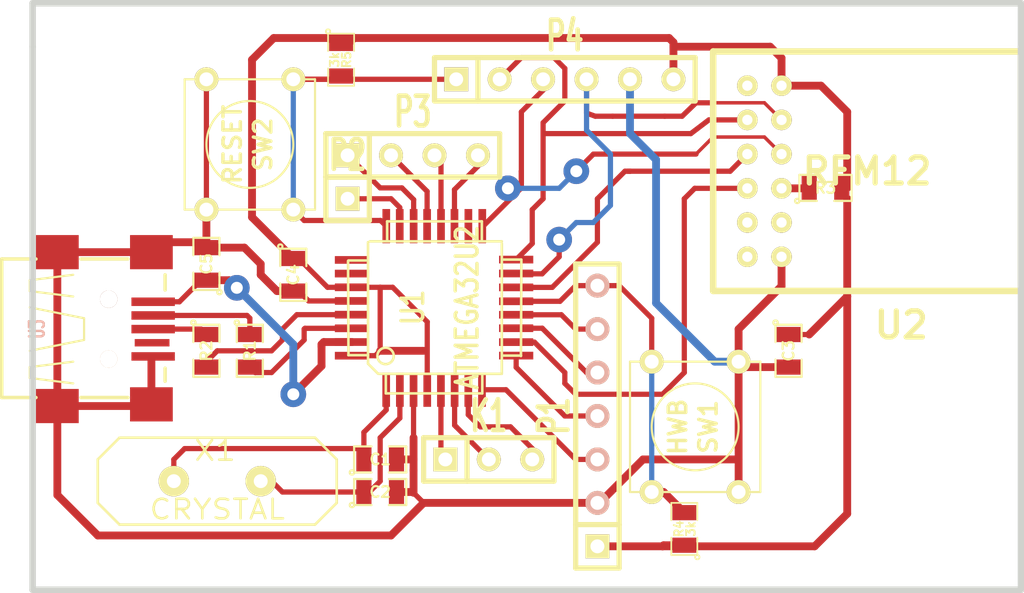
<source format=kicad_pcb>
(kicad_pcb (version 3) (host pcbnew "(2013-jul-07)-stable")

  (general
    (links 67)
    (no_connects 0)
    (area 69.024499 42.989499 127.190501 77.660501)
    (thickness 1.6002)
    (drawings 8)
    (tracks 266)
    (zones 0)
    (modules 21)
    (nets 30)
  )

  (page A4)
  (layers
    (15 Gorna signal)
    (0 Dolna signal)
    (16 B.Adhes user)
    (17 F.Adhes user)
    (18 B.Paste user)
    (19 F.Paste user)
    (20 B.SilkS user)
    (21 F.SilkS user)
    (22 B.Mask user)
    (23 F.Mask user)
    (24 Dwgs.User user)
    (25 Cmts.User user)
    (26 Eco1.User user)
    (27 Eco2.User user)
    (28 Edge.Cuts user)
  )

  (setup
    (last_trace_width 0.3048)
    (user_trace_width 0.3048)
    (user_trace_width 0.4572)
    (user_trace_width 0.50038)
    (trace_clearance 0.254)
    (zone_clearance 0.508)
    (zone_45_only no)
    (trace_min 0.2032)
    (segment_width 0.381)
    (edge_width 0.381)
    (via_size 0.889)
    (via_drill 0.635)
    (via_min_size 0.889)
    (via_min_drill 0.508)
    (user_via 1.50114 0.70104)
    (uvia_size 0.508)
    (uvia_drill 0.127)
    (uvias_allowed no)
    (uvia_min_size 0.508)
    (uvia_min_drill 0.127)
    (pcb_text_width 0.3048)
    (pcb_text_size 1.524 2.032)
    (mod_edge_width 0.381)
    (mod_text_size 1.524 1.524)
    (mod_text_width 0.3048)
    (pad_size 1.19888 1.19888)
    (pad_drill 0.59944)
    (pad_to_mask_clearance 0.254)
    (aux_axis_origin 0 0)
    (visible_elements 7FFFFFFF)
    (pcbplotparams
      (layerselection 3178497)
      (usegerberextensions true)
      (excludeedgelayer true)
      (linewidth 0.150000)
      (plotframeref false)
      (viasonmask false)
      (mode 1)
      (useauxorigin false)
      (hpglpennumber 1)
      (hpglpenspeed 20)
      (hpglpendiameter 15)
      (hpglpenoverlay 0)
      (psnegative false)
      (psa4output false)
      (plotreference true)
      (plotvalue true)
      (plotothertext true)
      (plotinvisibletext false)
      (padsonsilk false)
      (subtractmaskfromsilk false)
      (outputformat 1)
      (mirror false)
      (drillshape 1)
      (scaleselection 1)
      (outputdirectory ""))
  )

  (net 0 "")
  (net 1 /MISO)
  (net 2 /MOSI)
  (net 3 /RESET)
  (net 4 /SCLK)
  (net 5 /SSEL)
  (net 6 /VCC)
  (net 7 /nIRQ)
  (net 8 GND)
  (net 9 N-0000012)
  (net 10 N-0000013)
  (net 11 N-0000014)
  (net 12 N-000002)
  (net 13 N-0000020)
  (net 14 N-0000021)
  (net 15 N-0000022)
  (net 16 N-0000023)
  (net 17 N-0000024)
  (net 18 N-0000025)
  (net 19 N-0000026)
  (net 20 N-0000027)
  (net 21 N-0000028)
  (net 22 N-0000029)
  (net 23 N-000003)
  (net 24 N-0000030)
  (net 25 N-0000031)
  (net 26 N-0000032)
  (net 27 N-000004)
  (net 28 N-000005)
  (net 29 N-000006)

  (net_class Default "To jest domyślna klasa połączeń."
    (clearance 0.254)
    (trace_width 0.2032)
    (via_dia 0.889)
    (via_drill 0.635)
    (uvia_dia 0.508)
    (uvia_drill 0.127)
    (add_net "")
    (add_net /MISO)
    (add_net /MOSI)
    (add_net /RESET)
    (add_net /SCLK)
    (add_net /SSEL)
    (add_net /VCC)
    (add_net /nIRQ)
    (add_net GND)
    (add_net N-0000012)
    (add_net N-0000013)
    (add_net N-0000014)
    (add_net N-000002)
    (add_net N-0000020)
    (add_net N-0000021)
    (add_net N-0000022)
    (add_net N-0000023)
    (add_net N-0000024)
    (add_net N-0000025)
    (add_net N-0000026)
    (add_net N-0000027)
    (add_net N-0000028)
    (add_net N-0000029)
    (add_net N-000003)
    (add_net N-0000030)
    (add_net N-0000031)
    (add_net N-0000032)
    (add_net N-000004)
    (add_net N-000005)
    (add_net N-000006)
  )

  (net_class s1 ""
    (clearance 0.254)
    (trace_width 0.50038)
    (via_dia 0.889)
    (via_drill 0.635)
    (uvia_dia 0.508)
    (uvia_drill 0.127)
  )

  (module TQFP32   placed (layer Gorna) (tedit 43A670DA) (tstamp 52595988)
    (at 92.71 60.96 90)
    (path /4CC88C50)
    (fp_text reference U1 (at 0 -1.27 90) (layer F.SilkS)
      (effects (font (size 1.27 1.016) (thickness 0.2032)))
    )
    (fp_text value ATMEGA32U2 (at 0 1.905 90) (layer F.SilkS)
      (effects (font (size 1.27 1.016) (thickness 0.2032)))
    )
    (fp_line (start 5.0292 2.7686) (end 3.8862 2.7686) (layer F.SilkS) (width 0.1524))
    (fp_line (start 5.0292 -2.7686) (end 3.9116 -2.7686) (layer F.SilkS) (width 0.1524))
    (fp_line (start 5.0292 2.7686) (end 5.0292 -2.7686) (layer F.SilkS) (width 0.1524))
    (fp_line (start 2.794 3.9624) (end 2.794 5.0546) (layer F.SilkS) (width 0.1524))
    (fp_line (start -2.8194 3.9878) (end -2.8194 5.0546) (layer F.SilkS) (width 0.1524))
    (fp_line (start -2.8448 5.0546) (end 2.794 5.08) (layer F.SilkS) (width 0.1524))
    (fp_line (start -2.794 -5.0292) (end 2.7178 -5.0546) (layer F.SilkS) (width 0.1524))
    (fp_line (start -3.8862 -3.2766) (end -3.8862 3.9116) (layer F.SilkS) (width 0.1524))
    (fp_line (start 2.7432 -5.0292) (end 2.7432 -3.9878) (layer F.SilkS) (width 0.1524))
    (fp_line (start -3.2512 -3.8862) (end 3.81 -3.8862) (layer F.SilkS) (width 0.1524))
    (fp_line (start 3.8608 3.937) (end 3.8608 -3.7846) (layer F.SilkS) (width 0.1524))
    (fp_line (start -3.8862 3.937) (end 3.7338 3.937) (layer F.SilkS) (width 0.1524))
    (fp_line (start -5.0292 -2.8448) (end -5.0292 2.794) (layer F.SilkS) (width 0.1524))
    (fp_line (start -5.0292 2.794) (end -3.8862 2.794) (layer F.SilkS) (width 0.1524))
    (fp_line (start -3.87604 -3.302) (end -3.29184 -3.8862) (layer F.SilkS) (width 0.1524))
    (fp_line (start -5.02412 -2.8448) (end -3.87604 -2.8448) (layer F.SilkS) (width 0.1524))
    (fp_line (start -2.794 -3.8862) (end -2.794 -5.03428) (layer F.SilkS) (width 0.1524))
    (fp_circle (center -2.83972 -2.86004) (end -2.43332 -2.60604) (layer F.SilkS) (width 0.1524))
    (pad 8 smd rect (at -4.81584 2.77622 90) (size 1.99898 0.44958)
      (layers Gorna F.Paste F.Mask)
      (net 12 N-000002)
    )
    (pad 7 smd rect (at -4.81584 1.97612 90) (size 1.99898 0.44958)
      (layers Gorna F.Paste F.Mask)
      (net 22 N-0000029)
    )
    (pad 6 smd rect (at -4.81584 1.17602 90) (size 1.99898 0.44958)
      (layers Gorna F.Paste F.Mask)
      (net 21 N-0000028)
    )
    (pad 5 smd rect (at -4.81584 0.37592 90) (size 1.99898 0.44958)
      (layers Gorna F.Paste F.Mask)
      (net 20 N-0000027)
    )
    (pad 4 smd rect (at -4.81584 -0.42418 90) (size 1.99898 0.44958)
      (layers Gorna F.Paste F.Mask)
      (net 6 /VCC)
    )
    (pad 3 smd rect (at -4.81584 -1.22428 90) (size 1.99898 0.44958)
      (layers Gorna F.Paste F.Mask)
      (net 8 GND)
    )
    (pad 2 smd rect (at -4.81584 -2.02438 90) (size 1.99898 0.44958)
      (layers Gorna F.Paste F.Mask)
      (net 26 N-0000032)
    )
    (pad 1 smd rect (at -4.81584 -2.82448 90) (size 1.99898 0.44958)
      (layers Gorna F.Paste F.Mask)
      (net 19 N-0000026)
    )
    (pad 24 smd rect (at 4.7498 -2.8194 90) (size 1.99898 0.44958)
      (layers Gorna F.Paste F.Mask)
      (net 3 /RESET)
    )
    (pad 17 smd rect (at 4.7498 2.794 90) (size 1.99898 0.44958)
      (layers Gorna F.Paste F.Mask)
      (net 1 /MISO)
    )
    (pad 18 smd rect (at 4.7498 1.9812 90) (size 1.99898 0.44958)
      (layers Gorna F.Paste F.Mask)
    )
    (pad 19 smd rect (at 4.7498 1.1684 90) (size 1.99898 0.44958)
      (layers Gorna F.Paste F.Mask)
      (net 13 N-0000020)
    )
    (pad 20 smd rect (at 4.7498 0.381 90) (size 1.99898 0.44958)
      (layers Gorna F.Paste F.Mask)
      (net 24 N-0000030)
    )
    (pad 21 smd rect (at 4.7498 -0.4318 90) (size 1.99898 0.44958)
      (layers Gorna F.Paste F.Mask)
      (net 9 N-0000012)
    )
    (pad 22 smd rect (at 4.7498 -1.2192 90) (size 1.99898 0.44958)
      (layers Gorna F.Paste F.Mask)
      (net 10 N-0000013)
    )
    (pad 23 smd rect (at 4.7498 -2.032 90) (size 1.99898 0.44958)
      (layers Gorna F.Paste F.Mask)
      (net 11 N-0000014)
    )
    (pad 32 smd rect (at -2.82448 -4.826 90) (size 0.44958 1.99898)
      (layers Gorna F.Paste F.Mask)
      (net 6 /VCC)
    )
    (pad 31 smd rect (at -2.02692 -4.826 90) (size 0.44958 1.99898)
      (layers Gorna F.Paste F.Mask)
      (net 15 N-0000022)
    )
    (pad 30 smd rect (at -1.22428 -4.826 90) (size 0.44958 1.99898)
      (layers Gorna F.Paste F.Mask)
      (net 17 N-0000024)
    )
    (pad 29 smd rect (at -0.42672 -4.826 90) (size 0.44958 1.99898)
      (layers Gorna F.Paste F.Mask)
      (net 14 N-0000021)
    )
    (pad 28 smd rect (at 0.37592 -4.826 90) (size 0.44958 1.99898)
      (layers Gorna F.Paste F.Mask)
      (net 8 GND)
    )
    (pad 27 smd rect (at 1.17348 -4.826 90) (size 0.44958 1.99898)
      (layers Gorna F.Paste F.Mask)
      (net 6 /VCC)
    )
    (pad 26 smd rect (at 1.97612 -4.826 90) (size 0.44958 1.99898)
      (layers Gorna F.Paste F.Mask)
    )
    (pad 25 smd rect (at 2.77368 -4.826 90) (size 0.44958 1.99898)
      (layers Gorna F.Paste F.Mask)
    )
    (pad 9 smd rect (at -2.8194 4.7752 90) (size 0.44958 1.99898)
      (layers Gorna F.Paste F.Mask)
      (net 23 N-000003)
    )
    (pad 10 smd rect (at -2.032 4.7752 90) (size 0.44958 1.99898)
      (layers Gorna F.Paste F.Mask)
      (net 7 /nIRQ)
    )
    (pad 11 smd rect (at -1.2192 4.7752 90) (size 0.44958 1.99898)
      (layers Gorna F.Paste F.Mask)
      (net 27 N-000004)
    )
    (pad 12 smd rect (at -0.4318 4.7752 90) (size 0.44958 1.99898)
      (layers Gorna F.Paste F.Mask)
      (net 28 N-000005)
    )
    (pad 13 smd rect (at 0.3556 4.7752 90) (size 0.44958 1.99898)
      (layers Gorna F.Paste F.Mask)
      (net 25 N-0000031)
    )
    (pad 14 smd rect (at 1.1684 4.7752 90) (size 0.44958 1.99898)
      (layers Gorna F.Paste F.Mask)
      (net 5 /SSEL)
    )
    (pad 15 smd rect (at 1.9812 4.7752 90) (size 0.44958 1.99898)
      (layers Gorna F.Paste F.Mask)
      (net 4 /SCLK)
    )
    (pad 16 smd rect (at 2.794 4.7752 90) (size 0.44958 1.99898)
      (layers Gorna F.Paste F.Mask)
      (net 2 /MOSI)
    )
    (model smd/tqfp32.wrl
      (at (xyz 0 0 0))
      (scale (xyz 1 1 1))
      (rotate (xyz 0 0 0))
    )
  )

  (module SW_PUSH_SMALL   placed (layer Gorna) (tedit 46544DB3) (tstamp 52595989)
    (at 107.95 67.945 270)
    (path /52594FF2)
    (fp_text reference SW1 (at 0 -0.762 270) (layer F.SilkS)
      (effects (font (size 1.016 1.016) (thickness 0.2032)))
    )
    (fp_text value HWB (at 0 1.016 270) (layer F.SilkS)
      (effects (font (size 1.016 1.016) (thickness 0.2032)))
    )
    (fp_circle (center 0 0) (end 0 -2.54) (layer F.SilkS) (width 0.127))
    (fp_line (start -3.81 -3.81) (end 3.81 -3.81) (layer F.SilkS) (width 0.127))
    (fp_line (start 3.81 -3.81) (end 3.81 3.81) (layer F.SilkS) (width 0.127))
    (fp_line (start 3.81 3.81) (end -3.81 3.81) (layer F.SilkS) (width 0.127))
    (fp_line (start -3.81 -3.81) (end -3.81 3.81) (layer F.SilkS) (width 0.127))
    (pad 1 thru_hole circle (at 3.81 -2.54 270) (size 1.397 1.397) (drill 0.8128)
      (layers *.Cu *.Mask F.SilkS)
      (net 8 GND)
    )
    (pad 2 thru_hole circle (at 3.81 2.54 270) (size 1.397 1.397) (drill 0.8128)
      (layers *.Cu *.Mask F.SilkS)
      (net 25 N-0000031)
    )
    (pad 1 thru_hole circle (at -3.81 -2.54 270) (size 1.397 1.397) (drill 0.8128)
      (layers *.Cu *.Mask F.SilkS)
      (net 8 GND)
    )
    (pad 2 thru_hole circle (at -3.81 2.54 270) (size 1.397 1.397) (drill 0.8128)
      (layers *.Cu *.Mask F.SilkS)
      (net 25 N-0000031)
    )
  )

  (module SW_PUSH_SMALL   placed (layer Gorna) (tedit 46544DB3) (tstamp 5259598B)
    (at 81.915 51.435 270)
    (path /52595040)
    (fp_text reference SW2 (at 0 -0.762 270) (layer F.SilkS)
      (effects (font (size 1.016 1.016) (thickness 0.2032)))
    )
    (fp_text value RESET (at 0 1.016 270) (layer F.SilkS)
      (effects (font (size 1.016 1.016) (thickness 0.2032)))
    )
    (fp_circle (center 0 0) (end 0 -2.54) (layer F.SilkS) (width 0.127))
    (fp_line (start -3.81 -3.81) (end 3.81 -3.81) (layer F.SilkS) (width 0.127))
    (fp_line (start 3.81 -3.81) (end 3.81 3.81) (layer F.SilkS) (width 0.127))
    (fp_line (start 3.81 3.81) (end -3.81 3.81) (layer F.SilkS) (width 0.127))
    (fp_line (start -3.81 -3.81) (end -3.81 3.81) (layer F.SilkS) (width 0.127))
    (pad 1 thru_hole circle (at 3.81 -2.54 270) (size 1.397 1.397) (drill 0.8128)
      (layers *.Cu *.Mask F.SilkS)
      (net 3 /RESET)
    )
    (pad 2 thru_hole circle (at 3.81 2.54 270) (size 1.397 1.397) (drill 0.8128)
      (layers *.Cu *.Mask F.SilkS)
      (net 8 GND)
    )
    (pad 1 thru_hole circle (at -3.81 -2.54 270) (size 1.397 1.397) (drill 0.8128)
      (layers *.Cu *.Mask F.SilkS)
      (net 3 /RESET)
    )
    (pad 2 thru_hole circle (at -3.81 2.54 270) (size 1.397 1.397) (drill 0.8128)
      (layers *.Cu *.Mask F.SilkS)
      (net 8 GND)
    )
  )

  (module SM0805   placed (layer Gorna) (tedit 42806E04) (tstamp 5259598C)
    (at 89.535 69.85)
    (path /4CD7B95E)
    (attr smd)
    (fp_text reference C1 (at 0 0) (layer F.SilkS)
      (effects (font (size 0.635 0.635) (thickness 0.127)))
    )
    (fp_text value 22pF (at 0 0) (layer F.SilkS) hide
      (effects (font (size 0.635 0.635) (thickness 0.127)))
    )
    (fp_circle (center -1.651 0.762) (end -1.651 0.635) (layer F.SilkS) (width 0.127))
    (fp_line (start -0.508 0.762) (end -1.524 0.762) (layer F.SilkS) (width 0.127))
    (fp_line (start -1.524 0.762) (end -1.524 -0.762) (layer F.SilkS) (width 0.127))
    (fp_line (start -1.524 -0.762) (end -0.508 -0.762) (layer F.SilkS) (width 0.127))
    (fp_line (start 0.508 -0.762) (end 1.524 -0.762) (layer F.SilkS) (width 0.127))
    (fp_line (start 1.524 -0.762) (end 1.524 0.762) (layer F.SilkS) (width 0.127))
    (fp_line (start 1.524 0.762) (end 0.508 0.762) (layer F.SilkS) (width 0.127))
    (pad 1 smd rect (at -0.9525 0) (size 0.889 1.397)
      (layers Gorna F.Paste F.Mask)
      (net 19 N-0000026)
    )
    (pad 2 smd rect (at 0.9525 0) (size 0.889 1.397)
      (layers Gorna F.Paste F.Mask)
      (net 8 GND)
    )
    (model smd/chip_cms.wrl
      (at (xyz 0 0 0))
      (scale (xyz 0.1 0.1 0.1))
      (rotate (xyz 0 0 0))
    )
  )

  (module SM0805   placed (layer Gorna) (tedit 42806E04) (tstamp 5259598E)
    (at 89.535 71.755)
    (path /4CD7B964)
    (attr smd)
    (fp_text reference C2 (at 0 0) (layer F.SilkS)
      (effects (font (size 0.635 0.635) (thickness 0.127)))
    )
    (fp_text value 22pF (at 0 0) (layer F.SilkS) hide
      (effects (font (size 0.635 0.635) (thickness 0.127)))
    )
    (fp_circle (center -1.651 0.762) (end -1.651 0.635) (layer F.SilkS) (width 0.127))
    (fp_line (start -0.508 0.762) (end -1.524 0.762) (layer F.SilkS) (width 0.127))
    (fp_line (start -1.524 0.762) (end -1.524 -0.762) (layer F.SilkS) (width 0.127))
    (fp_line (start -1.524 -0.762) (end -0.508 -0.762) (layer F.SilkS) (width 0.127))
    (fp_line (start 0.508 -0.762) (end 1.524 -0.762) (layer F.SilkS) (width 0.127))
    (fp_line (start 1.524 -0.762) (end 1.524 0.762) (layer F.SilkS) (width 0.127))
    (fp_line (start 1.524 0.762) (end 0.508 0.762) (layer F.SilkS) (width 0.127))
    (pad 1 smd rect (at -0.9525 0) (size 0.889 1.397)
      (layers Gorna F.Paste F.Mask)
      (net 26 N-0000032)
    )
    (pad 2 smd rect (at 0.9525 0) (size 0.889 1.397)
      (layers Gorna F.Paste F.Mask)
      (net 8 GND)
    )
    (model smd/chip_cms.wrl
      (at (xyz 0 0 0))
      (scale (xyz 0.1 0.1 0.1))
      (rotate (xyz 0 0 0))
    )
  )

  (module SM0805   placed (layer Gorna) (tedit 42806E04) (tstamp 52595990)
    (at 113.411 63.5 270)
    (path /52595538)
    (attr smd)
    (fp_text reference C3 (at 0 0 270) (layer F.SilkS)
      (effects (font (size 0.635 0.635) (thickness 0.127)))
    )
    (fp_text value 1uF (at 0 0 270) (layer F.SilkS) hide
      (effects (font (size 0.635 0.635) (thickness 0.127)))
    )
    (fp_circle (center -1.651 0.762) (end -1.651 0.635) (layer F.SilkS) (width 0.127))
    (fp_line (start -0.508 0.762) (end -1.524 0.762) (layer F.SilkS) (width 0.127))
    (fp_line (start -1.524 0.762) (end -1.524 -0.762) (layer F.SilkS) (width 0.127))
    (fp_line (start -1.524 -0.762) (end -0.508 -0.762) (layer F.SilkS) (width 0.127))
    (fp_line (start 0.508 -0.762) (end 1.524 -0.762) (layer F.SilkS) (width 0.127))
    (fp_line (start 1.524 -0.762) (end 1.524 0.762) (layer F.SilkS) (width 0.127))
    (fp_line (start 1.524 0.762) (end 0.508 0.762) (layer F.SilkS) (width 0.127))
    (pad 1 smd rect (at -0.9525 0 270) (size 0.889 1.397)
      (layers Gorna F.Paste F.Mask)
      (net 6 /VCC)
    )
    (pad 2 smd rect (at 0.9525 0 270) (size 0.889 1.397)
      (layers Gorna F.Paste F.Mask)
      (net 8 GND)
    )
    (model smd/chip_cms.wrl
      (at (xyz 0 0 0))
      (scale (xyz 0.1 0.1 0.1))
      (rotate (xyz 0 0 0))
    )
  )

  (module SM0805   placed (layer Gorna) (tedit 42806E04) (tstamp 52595992)
    (at 84.455 59.055 270)
    (path /5259552D)
    (attr smd)
    (fp_text reference C4 (at 0 0 270) (layer F.SilkS)
      (effects (font (size 0.635 0.635) (thickness 0.127)))
    )
    (fp_text value 1uF (at 0 0 270) (layer F.SilkS) hide
      (effects (font (size 0.635 0.635) (thickness 0.127)))
    )
    (fp_circle (center -1.651 0.762) (end -1.651 0.635) (layer F.SilkS) (width 0.127))
    (fp_line (start -0.508 0.762) (end -1.524 0.762) (layer F.SilkS) (width 0.127))
    (fp_line (start -1.524 0.762) (end -1.524 -0.762) (layer F.SilkS) (width 0.127))
    (fp_line (start -1.524 -0.762) (end -0.508 -0.762) (layer F.SilkS) (width 0.127))
    (fp_line (start 0.508 -0.762) (end 1.524 -0.762) (layer F.SilkS) (width 0.127))
    (fp_line (start 1.524 -0.762) (end 1.524 0.762) (layer F.SilkS) (width 0.127))
    (fp_line (start 1.524 0.762) (end 0.508 0.762) (layer F.SilkS) (width 0.127))
    (pad 1 smd rect (at -0.9525 0 270) (size 0.889 1.397)
      (layers Gorna F.Paste F.Mask)
      (net 6 /VCC)
    )
    (pad 2 smd rect (at 0.9525 0 270) (size 0.889 1.397)
      (layers Gorna F.Paste F.Mask)
      (net 8 GND)
    )
    (model smd/chip_cms.wrl
      (at (xyz 0 0 0))
      (scale (xyz 0.1 0.1 0.1))
      (rotate (xyz 0 0 0))
    )
  )

  (module SM0805   placed (layer Gorna) (tedit 42806E04) (tstamp 52595994)
    (at 79.375 58.42 90)
    (path /4CD71B19)
    (attr smd)
    (fp_text reference C5 (at 0 0 90) (layer F.SilkS)
      (effects (font (size 0.635 0.635) (thickness 0.127)))
    )
    (fp_text value 1uF (at 0 0 90) (layer F.SilkS) hide
      (effects (font (size 0.635 0.635) (thickness 0.127)))
    )
    (fp_circle (center -1.651 0.762) (end -1.651 0.635) (layer F.SilkS) (width 0.127))
    (fp_line (start -0.508 0.762) (end -1.524 0.762) (layer F.SilkS) (width 0.127))
    (fp_line (start -1.524 0.762) (end -1.524 -0.762) (layer F.SilkS) (width 0.127))
    (fp_line (start -1.524 -0.762) (end -0.508 -0.762) (layer F.SilkS) (width 0.127))
    (fp_line (start 0.508 -0.762) (end 1.524 -0.762) (layer F.SilkS) (width 0.127))
    (fp_line (start 1.524 -0.762) (end 1.524 0.762) (layer F.SilkS) (width 0.127))
    (fp_line (start 1.524 0.762) (end 0.508 0.762) (layer F.SilkS) (width 0.127))
    (pad 1 smd rect (at -0.9525 0 90) (size 0.889 1.397)
      (layers Gorna F.Paste F.Mask)
      (net 15 N-0000022)
    )
    (pad 2 smd rect (at 0.9525 0 90) (size 0.889 1.397)
      (layers Gorna F.Paste F.Mask)
      (net 8 GND)
    )
    (model smd/chip_cms.wrl
      (at (xyz 0 0 0))
      (scale (xyz 0.1 0.1 0.1))
      (rotate (xyz 0 0 0))
    )
  )

  (module SM0805   placed (layer Gorna) (tedit 42806E04) (tstamp 52595996)
    (at 81.915 63.5 270)
    (path /4CD402E1)
    (attr smd)
    (fp_text reference R1 (at 0 0 270) (layer F.SilkS)
      (effects (font (size 0.635 0.635) (thickness 0.127)))
    )
    (fp_text value 22 (at 0 0 270) (layer F.SilkS) hide
      (effects (font (size 0.635 0.635) (thickness 0.127)))
    )
    (fp_circle (center -1.651 0.762) (end -1.651 0.635) (layer F.SilkS) (width 0.127))
    (fp_line (start -0.508 0.762) (end -1.524 0.762) (layer F.SilkS) (width 0.127))
    (fp_line (start -1.524 0.762) (end -1.524 -0.762) (layer F.SilkS) (width 0.127))
    (fp_line (start -1.524 -0.762) (end -0.508 -0.762) (layer F.SilkS) (width 0.127))
    (fp_line (start 0.508 -0.762) (end 1.524 -0.762) (layer F.SilkS) (width 0.127))
    (fp_line (start 1.524 -0.762) (end 1.524 0.762) (layer F.SilkS) (width 0.127))
    (fp_line (start 1.524 0.762) (end 0.508 0.762) (layer F.SilkS) (width 0.127))
    (pad 1 smd rect (at -0.9525 0 270) (size 0.889 1.397)
      (layers Gorna F.Paste F.Mask)
      (net 16 N-0000023)
    )
    (pad 2 smd rect (at 0.9525 0 270) (size 0.889 1.397)
      (layers Gorna F.Paste F.Mask)
      (net 17 N-0000024)
    )
    (model smd/chip_cms.wrl
      (at (xyz 0 0 0))
      (scale (xyz 0.1 0.1 0.1))
      (rotate (xyz 0 0 0))
    )
  )

  (module SM0805   placed (layer Gorna) (tedit 42806E04) (tstamp 52595998)
    (at 79.375 63.5 270)
    (path /4CD402DD)
    (attr smd)
    (fp_text reference R2 (at 0 0 270) (layer F.SilkS)
      (effects (font (size 0.635 0.635) (thickness 0.127)))
    )
    (fp_text value 22 (at 0 0 270) (layer F.SilkS) hide
      (effects (font (size 0.635 0.635) (thickness 0.127)))
    )
    (fp_circle (center -1.651 0.762) (end -1.651 0.635) (layer F.SilkS) (width 0.127))
    (fp_line (start -0.508 0.762) (end -1.524 0.762) (layer F.SilkS) (width 0.127))
    (fp_line (start -1.524 0.762) (end -1.524 -0.762) (layer F.SilkS) (width 0.127))
    (fp_line (start -1.524 -0.762) (end -0.508 -0.762) (layer F.SilkS) (width 0.127))
    (fp_line (start 0.508 -0.762) (end 1.524 -0.762) (layer F.SilkS) (width 0.127))
    (fp_line (start 1.524 -0.762) (end 1.524 0.762) (layer F.SilkS) (width 0.127))
    (fp_line (start 1.524 0.762) (end 0.508 0.762) (layer F.SilkS) (width 0.127))
    (pad 1 smd rect (at -0.9525 0 270) (size 0.889 1.397)
      (layers Gorna F.Paste F.Mask)
      (net 18 N-0000025)
    )
    (pad 2 smd rect (at 0.9525 0 270) (size 0.889 1.397)
      (layers Gorna F.Paste F.Mask)
      (net 14 N-0000021)
    )
    (model smd/chip_cms.wrl
      (at (xyz 0 0 0))
      (scale (xyz 0.1 0.1 0.1))
      (rotate (xyz 0 0 0))
    )
  )

  (module SIL-7   placed (layer Gorna) (tedit 200000) (tstamp 52595999)
    (at 102.235 67.31 90)
    (descr "Connecteur 7 pins")
    (tags "CONN DEV")
    (path /52594EA6)
    (fp_text reference P1 (at 0 -2.54 90) (layer F.SilkS)
      (effects (font (size 1.72974 1.08712) (thickness 0.27178)))
    )
    (fp_text value CONN_7 (at 0 -2.54 90) (layer F.SilkS) hide
      (effects (font (size 1.524 1.016) (thickness 0.254)))
    )
    (fp_line (start -8.89 -1.27) (end -8.89 -1.27) (layer F.SilkS) (width 0.3048))
    (fp_line (start -8.89 -1.27) (end 8.89 -1.27) (layer F.SilkS) (width 0.3048))
    (fp_line (start 8.89 -1.27) (end 8.89 1.27) (layer F.SilkS) (width 0.3048))
    (fp_line (start 8.89 1.27) (end -8.89 1.27) (layer F.SilkS) (width 0.3048))
    (fp_line (start -8.89 1.27) (end -8.89 -1.27) (layer F.SilkS) (width 0.3048))
    (fp_line (start -6.35 1.27) (end -6.35 1.27) (layer F.SilkS) (width 0.3048))
    (fp_line (start -6.35 1.27) (end -6.35 -1.27) (layer F.SilkS) (width 0.3048))
    (pad 1 thru_hole rect (at -7.62 0 90) (size 1.397 1.397) (drill 0.8128)
      (layers *.Cu *.Mask F.SilkS)
      (net 6 /VCC)
    )
    (pad 2 thru_hole circle (at -5.08 0 90) (size 1.397 1.397) (drill 0.8128)
      (layers *.Cu *.SilkS *.Mask)
      (net 8 GND)
    )
    (pad 3 thru_hole circle (at -2.54 0 90) (size 1.397 1.397) (drill 0.8128)
      (layers *.Cu *.SilkS *.Mask)
      (net 12 N-000002)
    )
    (pad 4 thru_hole circle (at 0 0 90) (size 1.397 1.397) (drill 0.8128)
      (layers *.Cu *.SilkS *.Mask)
      (net 23 N-000003)
    )
    (pad 5 thru_hole circle (at 2.54 0 90) (size 1.397 1.397) (drill 0.8128)
      (layers *.Cu *.SilkS *.Mask)
      (net 27 N-000004)
    )
    (pad 6 thru_hole circle (at 5.08 0 90) (size 1.397 1.397) (drill 0.8128)
      (layers *.Cu *.SilkS *.Mask)
      (net 28 N-000005)
    )
    (pad 7 thru_hole circle (at 7.62 0 90) (size 1.397 1.397) (drill 0.8128)
      (layers *.Cu *.SilkS *.Mask)
      (net 25 N-0000031)
    )
  )

  (module HC-18UV   placed (layer Gorna) (tedit 42899E71) (tstamp 5259D48C)
    (at 80.01 71.12)
    (descr "Quartz boitier HC-18U vertical")
    (tags "QUARTZ DEV")
    (path /4CD7B991)
    (autoplace_cost180 10)
    (fp_text reference X1 (at -0.127 -1.778) (layer F.SilkS)
      (effects (font (size 1.143 1.27) (thickness 0.1524)))
    )
    (fp_text value CRYSTAL (at 0 1.651) (layer F.SilkS)
      (effects (font (size 1.143 1.27) (thickness 0.1524)))
    )
    (fp_line (start -6.985 -1.27) (end -5.715 -2.54) (layer F.SilkS) (width 0.1524))
    (fp_line (start 5.715 -2.54) (end 6.985 -1.27) (layer F.SilkS) (width 0.1524))
    (fp_line (start 6.985 1.27) (end 5.715 2.54) (layer F.SilkS) (width 0.1524))
    (fp_line (start -6.985 1.27) (end -5.715 2.54) (layer F.SilkS) (width 0.1524))
    (fp_line (start -5.715 -2.54) (end 5.715 -2.54) (layer F.SilkS) (width 0.1524))
    (fp_line (start -6.985 -1.27) (end -6.985 1.27) (layer F.SilkS) (width 0.1524))
    (fp_line (start -5.715 2.54) (end 5.715 2.54) (layer F.SilkS) (width 0.1524))
    (fp_line (start 6.985 1.27) (end 6.985 -1.27) (layer F.SilkS) (width 0.1524))
    (pad 1 thru_hole circle (at -2.54 0) (size 1.778 1.778) (drill 0.8128)
      (layers *.Cu *.Mask F.SilkS)
      (net 19 N-0000026)
    )
    (pad 2 thru_hole circle (at 2.54 0) (size 1.778 1.778) (drill 0.8128)
      (layers *.Cu *.Mask F.SilkS)
      (net 26 N-0000032)
    )
    (model discret/crystal_hc18u_vertical.wrl
      (at (xyz 0 0 0))
      (scale (xyz 1 1 1))
      (rotate (xyz 0 0 0))
    )
  )

  (module CONN_USB2_MiniB_SMT   placed (layer Gorna) (tedit 4A5045C1) (tstamp 525959C0)
    (at 73.66 62.23)
    (descr "USB SERIES MINI-B SURFACE MOUNTED")
    (tags "USB SERIES MINI-B SURFACE MOUNTED")
    (path /4CD3FD55)
    (attr smd)
    (fp_text reference U3 (at -4.191 0 90) (layer B.SilkS)
      (effects (font (size 0.8636 0.5588) (thickness 0.1397)))
    )
    (fp_text value USBCONN (at 0 0) (layer F.SilkS) hide
      (effects (font (size 0.127 0.127) (thickness 0.00254)))
    )
    (fp_line (start -6.25094 -4.09956) (end -4.24942 -4.09956) (layer F.SilkS) (width 0.2032))
    (fp_line (start -4.24942 4.0005) (end -6.25094 4.0005) (layer F.SilkS) (width 0.2032))
    (fp_line (start -6.25094 -4.09956) (end -6.25094 4.0005) (layer F.SilkS) (width 0.2032))
    (fp_line (start -1.6256 4.0005) (end 1.12522 4.0005) (layer F.SilkS) (width 0.2032))
    (fp_line (start 1.12522 -4.09956) (end -1.6256 -4.09956) (layer F.SilkS) (width 0.2032))
    (fp_line (start 3.302 2.286) (end 3.302 3.048) (layer F.SilkS) (width 0.2032))
    (fp_line (start 3.302 -3.175) (end 3.302 -2.286) (layer F.SilkS) (width 0.2032))
    (fp_line (start -4.61264 -1.27) (end -1.43764 -0.635) (layer F.SilkS) (width 0.127))
    (fp_line (start -1.43764 -0.635) (end -1.43764 0.635) (layer F.SilkS) (width 0.127))
    (fp_line (start -1.43764 0.635) (end -4.61264 1.27) (layer F.SilkS) (width 0.127))
    (fp_line (start -2.07264 3.175) (end -4.61264 2.8575) (layer F.SilkS) (width 0.127))
    (fp_line (start -4.61264 2.8575) (end -4.61264 2.2225) (layer F.SilkS) (width 0.127))
    (fp_line (start -4.61264 2.2225) (end -2.07264 1.905) (layer F.SilkS) (width 0.127))
    (fp_line (start -2.07264 -3.175) (end -4.61264 -2.8575) (layer F.SilkS) (width 0.127))
    (fp_line (start -4.61264 -2.8575) (end -4.61264 -2.2225) (layer F.SilkS) (width 0.127))
    (fp_line (start -4.61264 -2.2225) (end -2.07264 -1.905) (layer F.SilkS) (width 0.127))
    (pad 3 smd rect (at 2.60096 0) (size 2.54 0.49784)
      (layers Gorna F.Paste F.Mask)
      (net 18 N-0000025)
    )
    (pad 2 smd rect (at 2.60096 -0.79756) (size 2.54 0.49784)
      (layers Gorna F.Paste F.Mask)
      (net 16 N-0000023)
    )
    (pad 4 smd rect (at 2.60096 1.59766) (size 2.54 0.49784)
      (layers Gorna F.Paste F.Mask)
      (net 8 GND)
    )
    (pad 5 smd rect (at -2.99974 -4.49834) (size 2.49936 1.99898)
      (layers Gorna F.Paste F.Mask)
      (net 8 GND)
    )
    (pad 5 smd rect (at 2.49936 -4.49834) (size 2.49936 1.99898)
      (layers Gorna F.Paste F.Mask)
      (net 8 GND)
    )
    (pad 5 smd rect (at -2.99974 4.49834) (size 2.49936 1.99898)
      (layers Gorna F.Paste F.Mask)
      (net 8 GND)
    )
    (pad 5 smd rect (at 2.49936 4.39928) (size 2.49936 1.99898)
      (layers Gorna F.Paste F.Mask)
      (net 8 GND)
    )
    (pad 6 smd rect (at 2.54 0.79756) (size 2.032 0.4318)
      (layers Gorna F.Paste F.Mask)
    )
    (pad 7 thru_hole circle (at 0 -1.75006) (size 1.016 1.016) (drill 1.016)
      (layers *.Cu *.SilkS *.Mask)
    )
    (pad 7 np_thru_hole circle (at 0 1.75006) (size 1.016 1.016) (drill 1.016)
      (layers *.Cu *.SilkS *.Mask)
    )
    (pad 1 smd rect (at 2.60096 -1.59766) (size 2.54 0.49784)
      (layers Gorna F.Paste F.Mask)
      (net 15 N-0000022)
    )
  )

  (module SIL-3 (layer Gorna) (tedit 200000) (tstamp 525963F6)
    (at 95.885 69.85)
    (descr "Connecteur 3 pins")
    (tags "CONN DEV")
    (path /5259628A)
    (fp_text reference K1 (at 0 -2.54) (layer F.SilkS)
      (effects (font (size 1.7907 1.07696) (thickness 0.26924)))
    )
    (fp_text value CONN_3 (at 0 -2.54) (layer F.SilkS) hide
      (effects (font (size 1.524 1.016) (thickness 0.254)))
    )
    (fp_line (start -3.81 1.27) (end -3.81 -1.27) (layer F.SilkS) (width 0.3048))
    (fp_line (start -3.81 -1.27) (end 3.81 -1.27) (layer F.SilkS) (width 0.3048))
    (fp_line (start 3.81 -1.27) (end 3.81 1.27) (layer F.SilkS) (width 0.3048))
    (fp_line (start 3.81 1.27) (end -3.81 1.27) (layer F.SilkS) (width 0.3048))
    (fp_line (start -1.27 -1.27) (end -1.27 1.27) (layer F.SilkS) (width 0.3048))
    (pad 1 thru_hole rect (at -2.54 0) (size 1.397 1.397) (drill 0.8128)
      (layers *.Cu *.Mask F.SilkS)
      (net 20 N-0000027)
    )
    (pad 2 thru_hole circle (at 0 0) (size 1.397 1.397) (drill 0.8128)
      (layers *.Cu *.Mask F.SilkS)
      (net 21 N-0000028)
    )
    (pad 3 thru_hole circle (at 2.54 0) (size 1.397 1.397) (drill 0.8128)
      (layers *.Cu *.Mask F.SilkS)
      (net 22 N-0000029)
    )
  )

  (module SIL-4 (layer Gorna) (tedit 200000) (tstamp 525A86C8)
    (at 91.44 52.07)
    (descr "Connecteur 4 pibs")
    (tags "CONN DEV")
    (path /525A866C)
    (fp_text reference P3 (at 0 -2.54) (layer F.SilkS)
      (effects (font (size 1.73482 1.08712) (thickness 0.27178)))
    )
    (fp_text value CONN_4 (at 0 -2.54) (layer F.SilkS) hide
      (effects (font (size 1.524 1.016) (thickness 0.254)))
    )
    (fp_line (start -5.08 -1.27) (end -5.08 -1.27) (layer F.SilkS) (width 0.3048))
    (fp_line (start -5.08 1.27) (end -5.08 -1.27) (layer F.SilkS) (width 0.3048))
    (fp_line (start -5.08 -1.27) (end -5.08 -1.27) (layer F.SilkS) (width 0.3048))
    (fp_line (start -5.08 -1.27) (end 5.08 -1.27) (layer F.SilkS) (width 0.3048))
    (fp_line (start 5.08 -1.27) (end 5.08 1.27) (layer F.SilkS) (width 0.3048))
    (fp_line (start 5.08 1.27) (end -5.08 1.27) (layer F.SilkS) (width 0.3048))
    (fp_line (start -2.54 1.27) (end -2.54 -1.27) (layer F.SilkS) (width 0.3048))
    (pad 1 thru_hole rect (at -3.81 0) (size 1.397 1.397) (drill 0.8128)
      (layers *.Cu *.Mask F.SilkS)
      (net 10 N-0000013)
    )
    (pad 2 thru_hole circle (at -1.27 0) (size 1.397 1.397) (drill 0.8128)
      (layers *.Cu *.Mask F.SilkS)
      (net 9 N-0000012)
    )
    (pad 3 thru_hole circle (at 1.27 0) (size 1.397 1.397) (drill 0.8128)
      (layers *.Cu *.Mask F.SilkS)
      (net 24 N-0000030)
    )
    (pad 4 thru_hole circle (at 3.81 0) (size 1.397 1.397) (drill 0.8128)
      (layers *.Cu *.Mask F.SilkS)
      (net 13 N-0000020)
    )
  )

  (module SIL-1 (layer Gorna) (tedit 4C5EAF64) (tstamp 525A86C9)
    (at 87.63 54.61)
    (descr "Connecteurs 1 pin")
    (tags "CONN DEV")
    (path /525A864F)
    (fp_text reference P2 (at 0 -2.54) (layer F.SilkS)
      (effects (font (size 1.72974 1.08712) (thickness 0.27178)))
    )
    (fp_text value CONN_1 (at 0 -2.54) (layer F.SilkS) hide
      (effects (font (size 1.524 1.016) (thickness 0.254)))
    )
    (fp_line (start -1.27 1.27) (end 1.27 1.27) (layer F.SilkS) (width 0.3175))
    (fp_line (start -1.27 -1.27) (end 1.27 -1.27) (layer F.SilkS) (width 0.3175))
    (fp_line (start -1.27 1.27) (end -1.27 -1.27) (layer F.SilkS) (width 0.3048))
    (fp_line (start 1.27 -1.27) (end 1.27 1.27) (layer F.SilkS) (width 0.3048))
    (pad 1 thru_hole rect (at 0 0) (size 1.397 1.397) (drill 0.8128)
      (layers *.Cu *.Mask F.SilkS)
      (net 11 N-0000014)
    )
  )

  (module SIL-6 (layer Gorna) (tedit 200000) (tstamp 525B088B)
    (at 100.33 47.625)
    (descr "Connecteur 6 pins")
    (tags "CONN DEV")
    (path /525B0763)
    (fp_text reference P4 (at 0 -2.54) (layer F.SilkS)
      (effects (font (size 1.72974 1.08712) (thickness 0.27178)))
    )
    (fp_text value CONN_6 (at 0 -2.54) (layer F.SilkS) hide
      (effects (font (size 1.524 1.016) (thickness 0.254)))
    )
    (fp_line (start -7.62 1.27) (end -7.62 -1.27) (layer F.SilkS) (width 0.3048))
    (fp_line (start -7.62 -1.27) (end 7.62 -1.27) (layer F.SilkS) (width 0.3048))
    (fp_line (start 7.62 -1.27) (end 7.62 1.27) (layer F.SilkS) (width 0.3048))
    (fp_line (start 7.62 1.27) (end -7.62 1.27) (layer F.SilkS) (width 0.3048))
    (fp_line (start -5.08 1.27) (end -5.08 -1.27) (layer F.SilkS) (width 0.3048))
    (pad 1 thru_hole rect (at -6.35 0) (size 1.397 1.397) (drill 0.8128)
      (layers *.Cu *.Mask F.SilkS)
      (net 3 /RESET)
    )
    (pad 2 thru_hole circle (at -3.81 0) (size 1.397 1.397) (drill 0.8128)
      (layers *.Cu *.Mask F.SilkS)
      (net 2 /MOSI)
    )
    (pad 3 thru_hole circle (at -1.27 0) (size 1.397 1.397) (drill 0.8128)
      (layers *.Cu *.Mask F.SilkS)
      (net 1 /MISO)
    )
    (pad 4 thru_hole circle (at 1.27 0) (size 1.397 1.397) (drill 0.8128)
      (layers *.Cu *.Mask F.SilkS)
      (net 4 /SCLK)
    )
    (pad 5 thru_hole circle (at 3.81 0) (size 1.397 1.397) (drill 0.8128)
      (layers *.Cu *.Mask F.SilkS)
      (net 8 GND)
    )
    (pad 6 thru_hole circle (at 6.35 0) (size 1.397 1.397) (drill 0.8128)
      (layers *.Cu *.Mask F.SilkS)
      (net 6 /VCC)
    )
  )

  (module SM0805 (layer Gorna) (tedit 42806E04) (tstamp 525ED82B)
    (at 115.57 53.975)
    (path /525ED278)
    (attr smd)
    (fp_text reference R3 (at 0 0) (layer F.SilkS)
      (effects (font (size 0.635 0.635) (thickness 0.127)))
    )
    (fp_text value 10k (at 0 0) (layer F.SilkS) hide
      (effects (font (size 0.635 0.635) (thickness 0.127)))
    )
    (fp_circle (center -1.651 0.762) (end -1.651 0.635) (layer F.SilkS) (width 0.127))
    (fp_line (start -0.508 0.762) (end -1.524 0.762) (layer F.SilkS) (width 0.127))
    (fp_line (start -1.524 0.762) (end -1.524 -0.762) (layer F.SilkS) (width 0.127))
    (fp_line (start -1.524 -0.762) (end -0.508 -0.762) (layer F.SilkS) (width 0.127))
    (fp_line (start 0.508 -0.762) (end 1.524 -0.762) (layer F.SilkS) (width 0.127))
    (fp_line (start 1.524 -0.762) (end 1.524 0.762) (layer F.SilkS) (width 0.127))
    (fp_line (start 1.524 0.762) (end 0.508 0.762) (layer F.SilkS) (width 0.127))
    (pad 1 smd rect (at -0.9525 0) (size 0.889 1.397)
      (layers Gorna F.Paste F.Mask)
      (net 29 N-000006)
    )
    (pad 2 smd rect (at 0.9525 0) (size 0.889 1.397)
      (layers Gorna F.Paste F.Mask)
      (net 6 /VCC)
    )
    (model smd/chip_cms.wrl
      (at (xyz 0 0 0))
      (scale (xyz 0.1 0.1 0.1))
      (rotate (xyz 0 0 0))
    )
  )

  (module RFM12B-DIP (layer Gorna) (tedit 525EDB5F) (tstamp 525EDB70)
    (at 118.00078 52.99964)
    (path /525ED10B)
    (fp_text reference U2 (at 1.99898 8.99922) (layer F.SilkS)
      (effects (font (size 1.524 1.524) (thickness 0.3048)))
    )
    (fp_text value RFM12 (at 0 0) (layer F.SilkS)
      (effects (font (size 1.524 1.524) (thickness 0.3048)))
    )
    (fp_line (start -8.99922 -7.00024) (end 8.99922 -7.00024) (layer F.SilkS) (width 0.381))
    (fp_line (start 8.99922 -7.00024) (end 8.99922 7.00024) (layer F.SilkS) (width 0.381))
    (fp_line (start 8.99922 7.00024) (end -8.99922 7.00024) (layer F.SilkS) (width 0.381))
    (fp_line (start -8.99922 7.00024) (end -8.99922 -7.00024) (layer F.SilkS) (width 0.381))
    (pad 1 thru_hole circle (at -7.00024 -5.00126) (size 1.19888 1.19888) (drill 0.59944)
      (layers *.Cu *.Mask F.SilkS)
    )
    (pad 2 thru_hole circle (at -5.00126 -5.00126) (size 1.19888 1.19888) (drill 0.59944)
      (layers *.Cu *.Mask F.SilkS)
      (net 6 /VCC)
    )
    (pad 3 thru_hole circle (at -7.00024 -2.99974) (size 1.19888 1.19888) (drill 0.59944)
      (layers *.Cu *.Mask F.SilkS)
      (net 2 /MOSI)
    )
    (pad 4 thru_hole circle (at -5.00126 -2.99974) (size 1.19888 1.19888) (drill 0.59944)
      (layers *.Cu *.Mask F.SilkS)
      (net 4 /SCLK)
    )
    (pad 5 thru_hole circle (at -7.00024 -1.00076) (size 1.19888 1.19888) (drill 0.59944)
      (layers *.Cu *.Mask F.SilkS)
      (net 5 /SSEL)
    )
    (pad 6 thru_hole circle (at -5.00126 -1.00076) (size 1.19888 1.19888) (drill 0.59944)
      (layers *.Cu *.Mask F.SilkS)
      (net 1 /MISO)
    )
    (pad 7 thru_hole circle (at -7.00024 1.00076) (size 1.19888 1.19888) (drill 0.59944)
      (layers *.Cu *.Mask F.SilkS)
      (net 7 /nIRQ)
    )
    (pad 8 thru_hole circle (at -5.00126 1.00076) (size 1.19888 1.19888) (drill 0.59944)
      (layers *.Cu *.Mask F.SilkS)
      (net 29 N-000006)
    )
    (pad 9 thru_hole circle (at -7.00024 2.99974) (size 1.19888 1.19888) (drill 0.59944)
      (layers *.Cu *.Mask F.SilkS)
    )
    (pad 10 thru_hole circle (at -5.00126 2.99974) (size 1.19888 1.19888) (drill 0.59944)
      (layers *.Cu *.Mask F.SilkS)
    )
    (pad 11 thru_hole circle (at -7.00024 5.00126) (size 1.19888 1.19888) (drill 0.59944)
      (layers *.Cu *.Mask F.SilkS)
    )
    (pad 12 thru_hole circle (at -5.00126 5.00126) (size 1.19888 1.19888) (drill 0.59944)
      (layers *.Cu *.Mask F.SilkS)
      (net 8 GND)
    )
  )

  (module SM0805 (layer Gorna) (tedit 5091495C) (tstamp 52A1188A)
    (at 107.315 73.914 90)
    (path /52A118DC)
    (attr smd)
    (fp_text reference R4 (at 0 -0.3175 90) (layer F.SilkS)
      (effects (font (size 0.50038 0.50038) (thickness 0.10922)))
    )
    (fp_text value 3k (at 0 0.381 90) (layer F.SilkS)
      (effects (font (size 0.50038 0.50038) (thickness 0.10922)))
    )
    (fp_circle (center -1.651 0.762) (end -1.651 0.635) (layer F.SilkS) (width 0.09906))
    (fp_line (start -0.508 0.762) (end -1.524 0.762) (layer F.SilkS) (width 0.09906))
    (fp_line (start -1.524 0.762) (end -1.524 -0.762) (layer F.SilkS) (width 0.09906))
    (fp_line (start -1.524 -0.762) (end -0.508 -0.762) (layer F.SilkS) (width 0.09906))
    (fp_line (start 0.508 -0.762) (end 1.524 -0.762) (layer F.SilkS) (width 0.09906))
    (fp_line (start 1.524 -0.762) (end 1.524 0.762) (layer F.SilkS) (width 0.09906))
    (fp_line (start 1.524 0.762) (end 0.508 0.762) (layer F.SilkS) (width 0.09906))
    (pad 1 smd rect (at -0.9525 0 90) (size 0.889 1.397)
      (layers Gorna F.Paste F.Mask)
      (net 6 /VCC)
    )
    (pad 2 smd rect (at 0.9525 0 90) (size 0.889 1.397)
      (layers Gorna F.Paste F.Mask)
      (net 25 N-0000031)
    )
    (model smd/chip_cms.wrl
      (at (xyz 0 0 0))
      (scale (xyz 0.1 0.1 0.1))
      (rotate (xyz 0 0 0))
    )
  )

  (module SM0805 (layer Gorna) (tedit 5091495C) (tstamp 52A11897)
    (at 87.249 46.482 270)
    (path /52A119C3)
    (attr smd)
    (fp_text reference R5 (at 0 -0.3175 270) (layer F.SilkS)
      (effects (font (size 0.50038 0.50038) (thickness 0.10922)))
    )
    (fp_text value 3k (at 0 0.381 270) (layer F.SilkS)
      (effects (font (size 0.50038 0.50038) (thickness 0.10922)))
    )
    (fp_circle (center -1.651 0.762) (end -1.651 0.635) (layer F.SilkS) (width 0.09906))
    (fp_line (start -0.508 0.762) (end -1.524 0.762) (layer F.SilkS) (width 0.09906))
    (fp_line (start -1.524 0.762) (end -1.524 -0.762) (layer F.SilkS) (width 0.09906))
    (fp_line (start -1.524 -0.762) (end -0.508 -0.762) (layer F.SilkS) (width 0.09906))
    (fp_line (start 0.508 -0.762) (end 1.524 -0.762) (layer F.SilkS) (width 0.09906))
    (fp_line (start 1.524 -0.762) (end 1.524 0.762) (layer F.SilkS) (width 0.09906))
    (fp_line (start 1.524 0.762) (end 0.508 0.762) (layer F.SilkS) (width 0.09906))
    (pad 1 smd rect (at -0.9525 0 270) (size 0.889 1.397)
      (layers Gorna F.Paste F.Mask)
      (net 6 /VCC)
    )
    (pad 2 smd rect (at 0.9525 0 270) (size 0.889 1.397)
      (layers Gorna F.Paste F.Mask)
      (net 3 /RESET)
    )
    (model smd/chip_cms.wrl
      (at (xyz 0 0 0))
      (scale (xyz 0.1 0.1 0.1))
      (rotate (xyz 0 0 0))
    )
  )

  (gr_line (start 125.095 77.47) (end 127 77.47) (angle 90) (layer Edge.Cuts) (width 0.381))
  (gr_line (start 127 43.18) (end 127 45.72) (angle 90) (layer Edge.Cuts) (width 0.381))
  (gr_line (start 125.73 43.18) (end 127 43.18) (angle 90) (layer Edge.Cuts) (width 0.381))
  (gr_line (start 69.215 43.18) (end 69.215 45.72) (angle 90) (layer Edge.Cuts) (width 0.381))
  (gr_line (start 125.73 43.18) (end 69.215 43.18) (angle 90) (layer Edge.Cuts) (width 0.381))
  (gr_line (start 127 77.47) (end 127 45.72) (angle 90) (layer Edge.Cuts) (width 0.381))
  (gr_line (start 69.215 77.47) (end 125.73 77.47) (angle 90) (layer Edge.Cuts) (width 0.381))
  (gr_line (start 69.215 45.72) (end 69.215 77.47) (angle 90) (layer Edge.Cuts) (width 0.381))

  (segment (start 97.79 52.99964) (end 97.79 54.0004) (width 0.3048) (layer Gorna) (net 1))
  (segment (start 112.99698 51.99888) (end 111.99876 51.00066) (width 0.2032) (layer Gorna) (net 1))
  (segment (start 97.79 54.0004) (end 97.00006 54.0004) (width 0.3048) (layer Gorna) (net 1))
  (segment (start 111.99876 51.00066) (end 108.99902 51.00066) (width 0.2032) (layer Gorna) (net 1))
  (via (at 101.00056 52.99964) (size 1.50114) (drill 0.70104) (layers Gorna Dolna) (net 1))
  (segment (start 99.06 48.26) (end 97.79 49.53) (width 0.3048) (layer Gorna) (net 1))
  (segment (start 102.00132 51.99888) (end 101.00056 52.99964) (width 0.3048) (layer Gorna) (net 1))
  (via (at 97.00006 54.0004) (size 1.50114) (drill 0.70104) (layers Gorna Dolna) (net 1))
  (segment (start 97.79 53.975) (end 95.5548 56.2102) (width 0.3048) (layer Gorna) (net 1))
  (segment (start 95.5548 56.2102) (end 95.504 56.2102) (width 0.3048) (layer Gorna) (net 1))
  (segment (start 99.06 47.625) (end 99.06 48.26) (width 0.3048) (layer Gorna) (net 1))
  (segment (start 108.0008 51.99888) (end 102.00132 51.99888) (width 0.3048) (layer Gorna) (net 1))
  (segment (start 97.79 49.53) (end 97.79 52.99964) (width 0.3048) (layer Gorna) (net 1))
  (segment (start 97.79 52.99964) (end 97.79 53.975) (width 0.3048) (layer Gorna) (net 1))
  (segment (start 101.00056 52.99964) (end 99.9998 54.0004) (width 0.3048) (layer Dolna) (net 1))
  (segment (start 112.99952 51.99888) (end 112.99698 51.99888) (width 0.2032) (layer Gorna) (net 1))
  (segment (start 99.9998 54.0004) (end 97.00006 54.0004) (width 0.3048) (layer Dolna) (net 1))
  (segment (start 108.99902 51.00066) (end 108.0008 51.99888) (width 0.2032) (layer Gorna) (net 1))
  (segment (start 99.06 50.8) (end 99.06 54.61) (width 0.3048) (layer Gorna) (net 2))
  (segment (start 99.695 46.355) (end 100.33 46.99) (width 0.3048) (layer Gorna) (net 2))
  (segment (start 100.33 46.99) (end 100.33 48.895) (width 0.3048) (layer Gorna) (net 2))
  (segment (start 108.7501 49.9999) (end 107.696 50.8) (width 0.3048) (layer Gorna) (net 2))
  (segment (start 98.425 55.245) (end 98.425 57.2262) (width 0.3048) (layer Gorna) (net 2))
  (segment (start 97.79 46.355) (end 99.695 46.355) (width 0.3048) (layer Gorna) (net 2))
  (segment (start 99.06 54.61) (end 98.425 55.245) (width 0.3048) (layer Gorna) (net 2))
  (segment (start 111.00054 49.9999) (end 108.7501 49.9999) (width 0.3048) (layer Gorna) (net 2))
  (segment (start 107.696 50.8) (end 99.06 50.8) (width 0.3048) (layer Gorna) (net 2))
  (segment (start 99.06 50.165) (end 99.06 50.8) (width 0.3048) (layer Gorna) (net 2))
  (segment (start 100.33 48.895) (end 99.06 50.165) (width 0.3048) (layer Gorna) (net 2))
  (segment (start 98.425 57.2262) (end 97.4852 58.166) (width 0.3048) (layer Gorna) (net 2))
  (segment (start 96.52 47.625) (end 97.79 46.355) (width 0.3048) (layer Gorna) (net 2))
  (segment (start 84.455 47.625) (end 87.0585 47.625) (width 0.3048) (layer Gorna) (net 3) (status C00000))
  (segment (start 87.0585 47.625) (end 87.249 47.4345) (width 0.3048) (layer Gorna) (net 3) (tstamp 52A11993) (status C00000))
  (segment (start 87.249 47.4345) (end 87.6935 47.4345) (width 0.3048) (layer Gorna) (net 3))
  (segment (start 87.884 47.625) (end 87.249 47.4345) (width 0.3048) (layer Gorna) (net 3) (tstamp 52A1190B))
  (segment (start 87.6935 47.4345) (end 87.884 47.625) (width 0.3048) (layer Gorna) (net 3) (tstamp 52A11909))
  (segment (start 84.455 47.625) (end 84.455 55.245) (width 0.3048) (layer Dolna) (net 3))
  (segment (start 85.09 55.88) (end 89.535 55.88) (width 0.3048) (layer Gorna) (net 3))
  (segment (start 93.98 47.625) (end 84.455 47.625) (width 0.3048) (layer Gorna) (net 3))
  (segment (start 89.535 55.88) (end 89.5604 55.88) (width 0.3048) (layer Gorna) (net 3))
  (segment (start 89.5604 55.88) (end 89.8906 56.2102) (width 0.3048) (layer Gorna) (net 3))
  (segment (start 84.455 55.245) (end 85.09 55.88) (width 0.3048) (layer Gorna) (net 3))
  (segment (start 102.997 51.99888) (end 102.997 54.99862) (width 0.3048) (layer Dolna) (net 4))
  (segment (start 97.50552 58.99912) (end 97.4852 58.9788) (width 0.3048) (layer Gorna) (net 4))
  (via (at 99.9998 57.00014) (size 1.50114) (drill 0.70104) (layers Gorna Dolna) (net 4))
  (segment (start 99.00158 58.99912) (end 97.50552 58.99912) (width 0.3048) (layer Gorna) (net 4))
  (segment (start 102.997 54.99862) (end 101.99624 55.99938) (width 0.3048) (layer Dolna) (net 4))
  (segment (start 101.6 47.625) (end 101.6 50.60188) (width 0.3048) (layer Dolna) (net 4))
  (segment (start 101.99624 55.99938) (end 101.00056 55.99938) (width 0.3048) (layer Dolna) (net 4))
  (segment (start 101.00056 55.99938) (end 99.9998 57.00014) (width 0.3048) (layer Dolna) (net 4))
  (segment (start 99.9998 57.00014) (end 99.9998 58.0009) (width 0.3048) (layer Gorna) (net 4))
  (segment (start 99.9998 58.0009) (end 99.00158 58.99912) (width 0.3048) (layer Gorna) (net 4))
  (segment (start 111.99876 48.99914) (end 112.99952 49.9999) (width 0.2032) (layer Gorna) (net 4))
  (segment (start 101.6 50.60188) (end 102.997 51.99888) (width 0.3048) (layer Dolna) (net 4))
  (segment (start 108.0008 48.99914) (end 108.99902 48.99914) (width 0.3048) (layer Gorna) (net 4))
  (segment (start 102.108 49.784) (end 103.124 49.784) (width 0.3048) (layer Gorna) (net 4))
  (segment (start 107.188 49.784) (end 108.0008 48.99914) (width 0.3048) (layer Gorna) (net 4))
  (segment (start 103.124 49.784) (end 106.172 49.784) (width 0.3048) (layer Gorna) (net 4))
  (segment (start 106.172 49.784) (end 107.188 49.784) (width 0.3048) (layer Gorna) (net 4))
  (segment (start 108.99902 48.99914) (end 111.99876 48.99914) (width 0.2032) (layer Gorna) (net 4))
  (segment (start 101.6 49.60112) (end 102.108 49.784) (width 0.3048) (layer Gorna) (net 4))
  (segment (start 101.6 47.625) (end 101.6 49.60112) (width 0.3048) (layer Gorna) (net 4))
  (segment (start 104.14 52.99964) (end 104.0003 52.99964) (width 0.3048) (layer Gorna) (net 5))
  (segment (start 111.00054 51.99888) (end 109.99978 52.99964) (width 0.3048) (layer Gorna) (net 5))
  (segment (start 104.14 52.99964) (end 103.84536 52.99964) (width 0.3048) (layer Gorna) (net 5))
  (segment (start 102.235 54.61) (end 102.235 57.15) (width 0.3048) (layer Gorna) (net 5))
  (segment (start 103.84536 52.99964) (end 102.235 54.61) (width 0.3048) (layer Gorna) (net 5))
  (segment (start 99.5934 59.7916) (end 97.4852 59.7916) (width 0.3048) (layer Gorna) (net 5))
  (segment (start 102.235 57.15) (end 99.5934 59.7916) (width 0.3048) (layer Gorna) (net 5))
  (segment (start 109.99978 52.99964) (end 104.14 52.99964) (width 0.3048) (layer Gorna) (net 5))
  (segment (start 87.249 45.5295) (end 87.6935 45.5295) (width 0.4572) (layer Gorna) (net 6))
  (segment (start 87.6935 45.5295) (end 88.011 45.212) (width 0.4572) (layer Gorna) (net 6) (tstamp 52A1196B))
  (segment (start 107.315 74.8665) (end 106.1085 74.8665) (width 0.4572) (layer Gorna) (net 6))
  (segment (start 106.1085 74.8665) (end 106.045 74.93) (width 0.4572) (layer Gorna) (net 6) (tstamp 52A1194E))
  (segment (start 87.249 45.5295) (end 86.8045 45.5295) (width 0.3048) (layer Gorna) (net 6))
  (segment (start 86.8045 45.5295) (end 86.487 45.212) (width 0.3048) (layer Gorna) (net 6) (tstamp 52A11903))
  (segment (start 89.25052 63.78448) (end 89.535 63.5) (width 0.3048) (layer Gorna) (net 6))
  (segment (start 106.68 45.466) (end 106.426 45.212) (width 0.4572) (layer Gorna) (net 6))
  (segment (start 106.426 45.212) (end 88.011 45.212) (width 0.4572) (layer Gorna) (net 6))
  (segment (start 106.68 45.72) (end 106.68 45.466) (width 0.4572) (layer Gorna) (net 6))
  (segment (start 116.84 53.975) (end 116.5225 53.975) (width 0.3048) (layer Gorna) (net 6))
  (segment (start 87.884 59.78652) (end 86.45652 59.78652) (width 0.3048) (layer Gorna) (net 6))
  (segment (start 112.33404 45.72) (end 106.68 45.72) (width 0.4572) (layer Gorna) (net 6))
  (segment (start 89.535 63.5) (end 92.075 63.5) (width 0.4572) (layer Gorna) (net 6))
  (segment (start 89.535 59.78652) (end 90.26652 59.78652) (width 0.3048) (layer Gorna) (net 6))
  (segment (start 90.26652 59.78652) (end 92.28582 61.80582) (width 0.3048) (layer Gorna) (net 6))
  (segment (start 88.011 45.212) (end 86.487 45.212) (width 0.4572) (layer Gorna) (net 6) (tstamp 52A1196F))
  (segment (start 86.487 45.212) (end 83.312 45.212) (width 0.4572) (layer Gorna) (net 6) (tstamp 52A11907))
  (segment (start 82.042 55.6895) (end 84.455 58.1025) (width 0.4572) (layer Gorna) (net 6))
  (segment (start 116.84 73.025) (end 116.84 60.325) (width 0.4572) (layer Gorna) (net 6))
  (segment (start 116.5225 54.2925) (end 116.84 54.61) (width 0.3048) (layer Gorna) (net 6))
  (segment (start 84.7725 58.1025) (end 84.455 58.1025) (width 0.3048) (layer Gorna) (net 6))
  (segment (start 114.6175 62.5475) (end 113.411 62.5475) (width 0.3048) (layer Gorna) (net 6))
  (segment (start 114.935 74.93) (end 116.84 73.025) (width 0.4572) (layer Gorna) (net 6))
  (segment (start 112.99952 46.38548) (end 112.33404 45.72) (width 0.4572) (layer Gorna) (net 6))
  (segment (start 115.30838 47.99838) (end 116.84 49.53) (width 0.4572) (layer Gorna) (net 6))
  (segment (start 83.312 45.212) (end 82.042 46.482) (width 0.4572) (layer Gorna) (net 6))
  (segment (start 116.5225 53.975) (end 116.5225 54.2925) (width 0.3048) (layer Gorna) (net 6))
  (segment (start 82.042 46.482) (end 82.042 55.6895) (width 0.4572) (layer Gorna) (net 6))
  (segment (start 102.235 74.93) (end 106.045 74.93) (width 0.4572) (layer Gorna) (net 6))
  (segment (start 106.045 74.93) (end 114.935 74.93) (width 0.4572) (layer Gorna) (net 6) (tstamp 52A11951))
  (segment (start 87.884 59.78652) (end 89.535 59.78652) (width 0.3048) (layer Gorna) (net 6))
  (segment (start 116.84 54.61) (end 116.84 60.325) (width 0.4572) (layer Gorna) (net 6))
  (segment (start 112.99952 47.99838) (end 115.30838 47.99838) (width 0.4572) (layer Gorna) (net 6))
  (segment (start 86.45652 59.78652) (end 84.7725 58.1025) (width 0.3048) (layer Gorna) (net 6))
  (segment (start 87.884 63.78448) (end 89.25052 63.78448) (width 0.3048) (layer Gorna) (net 6))
  (segment (start 116.84 60.325) (end 114.6175 62.5475) (width 0.4572) (layer Gorna) (net 6))
  (segment (start 116.84 49.53) (end 116.84 53.975) (width 0.4572) (layer Gorna) (net 6))
  (segment (start 89.535 63.5) (end 89.535 59.78652) (width 0.3048) (layer Gorna) (net 6))
  (segment (start 106.68 47.625) (end 106.68 45.72) (width 0.4572) (layer Gorna) (net 6))
  (segment (start 112.99952 47.99838) (end 112.99952 46.38548) (width 0.4572) (layer Gorna) (net 6))
  (segment (start 92.28582 61.80582) (end 92.28582 65.77584) (width 0.3048) (layer Gorna) (net 6))
  (segment (start 100.33 64.77) (end 100.33 65.405) (width 0.3048) (layer Gorna) (net 7))
  (segment (start 98.552 62.992) (end 100.33 64.77) (width 0.3048) (layer Gorna) (net 7))
  (segment (start 100.33 65.405) (end 100.965 66.04) (width 0.3048) (layer Gorna) (net 7))
  (segment (start 100.965 66.04) (end 106.045 66.04) (width 0.3048) (layer Gorna) (net 7))
  (segment (start 107.315 64.77) (end 107.315 54.61) (width 0.3048) (layer Gorna) (net 7))
  (segment (start 107.315 54.61) (end 107.9246 54.0004) (width 0.3048) (layer Gorna) (net 7))
  (segment (start 107.9246 54.0004) (end 111.00054 54.0004) (width 0.3048) (layer Gorna) (net 7))
  (segment (start 97.4852 62.992) (end 98.552 62.992) (width 0.3048) (layer Gorna) (net 7))
  (segment (start 106.045 66.04) (end 107.315 64.77) (width 0.3048) (layer Gorna) (net 7))
  (segment (start 102.235 72.39) (end 102.362 72.39) (width 0.4572) (layer Gorna) (net 8))
  (segment (start 104.902 69.85) (end 110.49 69.85) (width 0.4572) (layer Gorna) (net 8) (tstamp 52A1192F))
  (segment (start 102.362 72.39) (end 104.902 69.85) (width 0.4572) (layer Gorna) (net 8) (tstamp 52A1192A))
  (segment (start 110.49 69.85) (end 110.363 69.85) (width 0.4572) (layer Gorna) (net 8) (tstamp 52A11934))
  (segment (start 110.363 69.85) (end 110.49 69.85) (width 0.4572) (layer Gorna) (net 8) (tstamp 52A11936))
  (segment (start 112.99952 58.0009) (end 112.99952 59.72048) (width 0.4572) (layer Gorna) (net 8))
  (segment (start 79.375 55.245) (end 79.375 47.625) (width 0.3048) (layer Gorna) (net 8))
  (segment (start 83.5025 60.0075) (end 82.55 59.055) (width 0.4572) (layer Gorna) (net 8))
  (segment (start 110.49 64.135) (end 109.093 64.135) (width 0.4572) (layer Dolna) (net 8))
  (segment (start 76.0603 66.72834) (end 76.15936 66.62928) (width 0.3048) (layer Gorna) (net 8))
  (segment (start 79.375 57.4675) (end 79.0575 57.15) (width 0.4572) (layer Gorna) (net 8))
  (segment (start 112.99952 59.72048) (end 110.49 62.23) (width 0.4572) (layer Gorna) (net 8))
  (segment (start 76.15936 63.92926) (end 76.26096 63.82766) (width 0.3048) (layer Gorna) (net 8))
  (segment (start 92.075 72.39) (end 102.235 72.39) (width 0.4572) (layer Gorna) (net 8))
  (segment (start 91.48572 65.77584) (end 91.48572 68.58) (width 0.3048) (layer Gorna) (net 8))
  (segment (start 73.025 74.295) (end 90.17 74.295) (width 0.4572) (layer Gorna) (net 8))
  (segment (start 91.44 71.755) (end 91.48572 71.80072) (width 0.3048) (layer Gorna) (net 8))
  (segment (start 110.49 64.135) (end 110.49 69.85) (width 0.4572) (layer Gorna) (net 8))
  (segment (start 110.49 69.85) (end 110.49 71.755) (width 0.4572) (layer Gorna) (net 8) (tstamp 52A11937))
  (segment (start 70.66026 57.73166) (end 70.66026 66.72834) (width 0.4572) (layer Gorna) (net 8))
  (segment (start 104.14 50.8) (end 104.14 47.625) (width 0.4572) (layer Dolna) (net 8))
  (segment (start 84.7725 60.0075) (end 84.455 60.0075) (width 0.3048) (layer Gorna) (net 8))
  (segment (start 85.34908 60.58408) (end 84.7725 60.0075) (width 0.3048) (layer Gorna) (net 8))
  (segment (start 110.49 64.135) (end 110.49 62.23) (width 0.4572) (layer Gorna) (net 8))
  (segment (start 79.0575 57.15) (end 76.74102 57.15) (width 0.4572) (layer Gorna) (net 8))
  (segment (start 76.15936 57.73166) (end 70.66026 57.73166) (width 0.4572) (layer Gorna) (net 8))
  (segment (start 84.455 60.0075) (end 83.5025 60.0075) (width 0.4572) (layer Gorna) (net 8))
  (segment (start 91.44 69.85) (end 91.48572 69.85) (width 0.3048) (layer Gorna) (net 8))
  (segment (start 81.5975 57.4675) (end 79.375 57.4675) (width 0.4572) (layer Gorna) (net 8))
  (segment (start 87.884 60.58408) (end 85.34908 60.58408) (width 0.3048) (layer Gorna) (net 8))
  (segment (start 109.093 64.135) (end 105.664 60.706) (width 0.4572) (layer Dolna) (net 8))
  (segment (start 90.17 74.295) (end 92.075 72.39) (width 0.4572) (layer Gorna) (net 8))
  (segment (start 90.4875 69.85) (end 91.48572 69.85) (width 0.4572) (layer Gorna) (net 8))
  (segment (start 90.4875 71.755) (end 91.44 71.755) (width 0.4572) (layer Gorna) (net 8))
  (segment (start 110.8075 64.4525) (end 110.49 64.135) (width 0.3048) (layer Gorna) (net 8))
  (segment (start 70.66026 66.72834) (end 70.66026 71.93026) (width 0.4572) (layer Gorna) (net 8))
  (segment (start 91.48572 69.85) (end 91.44 69.85) (width 0.3048) (layer Gorna) (net 8))
  (segment (start 105.664 52.324) (end 104.14 50.8) (width 0.4572) (layer Dolna) (net 8))
  (segment (start 76.15936 66.62928) (end 76.15936 63.92926) (width 0.4572) (layer Gorna) (net 8))
  (segment (start 91.48572 68.58) (end 91.48572 69.85) (width 0.4572) (layer Gorna) (net 8))
  (segment (start 70.66026 71.93026) (end 73.025 74.295) (width 0.4572) (layer Gorna) (net 8))
  (segment (start 82.55 58.42) (end 81.5975 57.4675) (width 0.4572) (layer Gorna) (net 8))
  (segment (start 105.664 60.706) (end 105.664 52.324) (width 0.4572) (layer Dolna) (net 8))
  (segment (start 113.411 64.4525) (end 110.8075 64.4525) (width 0.4572) (layer Gorna) (net 8))
  (segment (start 91.48572 70.485) (end 91.48572 71.80072) (width 0.4572) (layer Gorna) (net 8))
  (segment (start 91.48572 69.85) (end 91.48572 70.485) (width 0.4572) (layer Gorna) (net 8))
  (segment (start 82.55 59.055) (end 82.55 58.42) (width 0.4572) (layer Gorna) (net 8))
  (segment (start 76.74102 57.15) (end 76.15936 57.73166) (width 0.4572) (layer Gorna) (net 8))
  (segment (start 70.66026 66.72834) (end 76.0603 66.72834) (width 0.4572) (layer Gorna) (net 8))
  (segment (start 91.48572 71.80072) (end 92.075 72.39) (width 0.3048) (layer Gorna) (net 8))
  (segment (start 79.375 55.245) (end 79.375 57.4675) (width 0.4572) (layer Gorna) (net 8))
  (segment (start 92.2782 54.1782) (end 90.17 52.07) (width 0.3048) (layer Gorna) (net 9))
  (segment (start 92.2782 56.2102) (end 92.2782 54.1782) (width 0.3048) (layer Gorna) (net 9))
  (segment (start 91.4908 54.6608) (end 90.805 53.975) (width 0.3048) (layer Gorna) (net 10))
  (segment (start 90.805 53.975) (end 89.535 53.975) (width 0.3048) (layer Gorna) (net 10))
  (segment (start 89.535 53.975) (end 87.63 52.07) (width 0.3048) (layer Gorna) (net 10))
  (segment (start 91.4908 56.2102) (end 91.4908 54.6608) (width 0.3048) (layer Gorna) (net 10))
  (segment (start 90.17 54.61) (end 87.63 54.61) (width 0.3048) (layer Gorna) (net 11))
  (segment (start 90.678 56.2102) (end 90.678 55.118) (width 0.3048) (layer Gorna) (net 11))
  (segment (start 90.678 55.118) (end 90.17 54.61) (width 0.3048) (layer Gorna) (net 11))
  (segment (start 95.48622 65.77584) (end 96.89084 65.77584) (width 0.3048) (layer Gorna) (net 12))
  (segment (start 100.965 69.85) (end 102.235 69.85) (width 0.3048) (layer Gorna) (net 12))
  (segment (start 96.89084 65.77584) (end 100.965 69.85) (width 0.3048) (layer Gorna) (net 12))
  (segment (start 93.8784 54.0766) (end 95.25 52.705) (width 0.3048) (layer Gorna) (net 13))
  (segment (start 95.25 52.705) (end 95.25 52.07) (width 0.3048) (layer Gorna) (net 13))
  (segment (start 93.8784 56.2102) (end 93.8784 54.0766) (width 0.3048) (layer Gorna) (net 13))
  (segment (start 79.375 64.135) (end 80.01 63.5) (width 0.3048) (layer Gorna) (net 14))
  (segment (start 83.185 63.5) (end 83.82 62.865) (width 0.3048) (layer Gorna) (net 14))
  (segment (start 80.01 63.5) (end 83.185 63.5) (width 0.3048) (layer Gorna) (net 14))
  (segment (start 83.82 62.865) (end 83.82 62.23) (width 0.3048) (layer Gorna) (net 14))
  (segment (start 84.66328 61.38672) (end 87.884 61.38672) (width 0.3048) (layer Gorna) (net 14))
  (segment (start 83.82 62.23) (end 84.66328 61.38672) (width 0.3048) (layer Gorna) (net 14))
  (segment (start 79.375 64.4525) (end 79.375 64.135) (width 0.3048) (layer Gorna) (net 14))
  (segment (start 79.0575 59.3725) (end 79.375 59.3725) (width 0.3048) (layer Gorna) (net 15))
  (via (at 84.455 66.04) (size 1.50114) (drill 0.70104) (layers Gorna Dolna) (net 15))
  (segment (start 80.7085 59.3725) (end 81.153 59.817) (width 0.4572) (layer Gorna) (net 15))
  (segment (start 76.26096 60.63234) (end 77.79766 60.63234) (width 0.3048) (layer Gorna) (net 15))
  (segment (start 86.106 63.246) (end 86.106 63.119) (width 0.4572) (layer Gorna) (net 15))
  (segment (start 77.79766 60.63234) (end 79.0575 59.3725) (width 0.3048) (layer Gorna) (net 15))
  (segment (start 81.153 59.817) (end 84.455 63.119) (width 0.4572) (layer Dolna) (net 15))
  (segment (start 84.455 63.119) (end 84.455 66.04) (width 0.4572) (layer Dolna) (net 15))
  (segment (start 86.106 64.389) (end 86.106 63.246) (width 0.4572) (layer Gorna) (net 15))
  (via (at 81.153 59.817) (size 1.50114) (drill 0.70104) (layers Gorna Dolna) (net 15))
  (segment (start 86.23808 62.98692) (end 87.884 62.98692) (width 0.4572) (layer Gorna) (net 15))
  (segment (start 84.455 66.04) (end 86.106 64.389) (width 0.4572) (layer Gorna) (net 15))
  (segment (start 86.106 63.119) (end 86.23808 62.98692) (width 0.4572) (layer Gorna) (net 15))
  (segment (start 79.375 59.3725) (end 80.7085 59.3725) (width 0.4572) (layer Gorna) (net 15))
  (segment (start 76.26096 61.43244) (end 81.75244 61.43244) (width 0.3048) (layer Gorna) (net 16))
  (segment (start 81.915 61.595) (end 81.915 62.5475) (width 0.3048) (layer Gorna) (net 16))
  (segment (start 81.75244 61.43244) (end 81.915 61.595) (width 0.3048) (layer Gorna) (net 16))
  (segment (start 83.185 64.77) (end 82.2325 64.77) (width 0.3048) (layer Gorna) (net 17))
  (segment (start 87.884 62.18428) (end 85.13572 62.18428) (width 0.3048) (layer Gorna) (net 17))
  (segment (start 85.09 62.23) (end 85.09 62.865) (width 0.3048) (layer Gorna) (net 17))
  (segment (start 85.09 62.865) (end 83.185 64.77) (width 0.3048) (layer Gorna) (net 17))
  (segment (start 85.13572 62.18428) (end 85.09 62.23) (width 0.3048) (layer Gorna) (net 17))
  (segment (start 82.2325 64.77) (end 81.915 64.4525) (width 0.3048) (layer Gorna) (net 17))
  (segment (start 79.0575 62.23) (end 79.375 62.5475) (width 0.3048) (layer Gorna) (net 18))
  (segment (start 76.26096 62.23) (end 79.0575 62.23) (width 0.3048) (layer Gorna) (net 18))
  (segment (start 88.5825 68.2625) (end 88.5825 69.85) (width 0.3048) (layer Gorna) (net 19))
  (segment (start 78.105 69.215) (end 88.265 69.215) (width 0.3048) (layer Gorna) (net 19))
  (segment (start 89.88552 65.77584) (end 89.88552 66.95948) (width 0.3048) (layer Gorna) (net 19))
  (segment (start 89.88552 66.95948) (end 88.5825 68.2625) (width 0.3048) (layer Gorna) (net 19))
  (segment (start 88.265 69.215) (end 88.5825 69.85) (width 0.3048) (layer Gorna) (net 19))
  (segment (start 77.47 71.12) (end 77.47 69.85) (width 0.3048) (layer Gorna) (net 19))
  (segment (start 77.47 69.85) (end 78.105 69.215) (width 0.3048) (layer Gorna) (net 19))
  (segment (start 93.08592 65.77584) (end 93.08592 69.59092) (width 0.3048) (layer Gorna) (net 20))
  (segment (start 93.08592 69.59092) (end 93.345 69.85) (width 0.3048) (layer Gorna) (net 20))
  (segment (start 93.98 67.945) (end 95.885 69.85) (width 0.3048) (layer Gorna) (net 21))
  (segment (start 93.88602 65.77584) (end 93.88602 67.85102) (width 0.3048) (layer Gorna) (net 21))
  (segment (start 93.88602 67.85102) (end 93.98 67.945) (width 0.3048) (layer Gorna) (net 21))
  (segment (start 97.155 67.945) (end 98.425 69.215) (width 0.3048) (layer Gorna) (net 22))
  (segment (start 94.68612 67.23888) (end 95.39224 67.945) (width 0.3048) (layer Gorna) (net 22))
  (segment (start 94.68612 65.77584) (end 94.68612 67.23888) (width 0.3048) (layer Gorna) (net 22))
  (segment (start 98.425 69.215) (end 98.425 69.85) (width 0.3048) (layer Gorna) (net 22))
  (segment (start 95.39224 67.945) (end 97.155 67.945) (width 0.3048) (layer Gorna) (net 22))
  (segment (start 100.33 67.31) (end 102.235 67.31) (width 0.3048) (layer Gorna) (net 23))
  (segment (start 97.4852 64.4652) (end 100.33 67.31) (width 0.3048) (layer Gorna) (net 23))
  (segment (start 97.4852 63.7794) (end 97.4852 64.4652) (width 0.3048) (layer Gorna) (net 23))
  (segment (start 93.091 52.451) (end 92.71 52.07) (width 0.3048) (layer Gorna) (net 24))
  (segment (start 93.091 56.2102) (end 93.091 52.451) (width 0.3048) (layer Gorna) (net 24))
  (segment (start 105.41 71.755) (end 106.1085 71.755) (width 0.4572) (layer Gorna) (net 25))
  (segment (start 106.1085 71.755) (end 107.315 72.9615) (width 0.4572) (layer Gorna) (net 25) (tstamp 52A1194B))
  (segment (start 105.41 64.135) (end 105.41 71.755) (width 0.3048) (layer Dolna) (net 25))
  (segment (start 97.4852 60.6044) (end 100.0506 60.6044) (width 0.3048) (layer Gorna) (net 25))
  (segment (start 105.41 64.135) (end 105.41 61.595) (width 0.3048) (layer Gorna) (net 25))
  (segment (start 103.505 59.69) (end 102.235 59.69) (width 0.3048) (layer Gorna) (net 25))
  (segment (start 105.41 61.595) (end 103.505 59.69) (width 0.3048) (layer Gorna) (net 25))
  (segment (start 100.965 59.69) (end 102.235 59.69) (width 0.3048) (layer Gorna) (net 25))
  (segment (start 100.0506 60.6044) (end 100.965 59.69) (width 0.3048) (layer Gorna) (net 25))
  (segment (start 83.82 71.755) (end 88.5825 71.755) (width 0.3048) (layer Gorna) (net 26))
  (segment (start 82.55 71.12) (end 83.185 71.12) (width 0.3048) (layer Gorna) (net 26))
  (segment (start 90.68562 67.42938) (end 89.535 68.58) (width 0.3048) (layer Gorna) (net 26))
  (segment (start 89.535 71.12) (end 88.9 71.755) (width 0.3048) (layer Gorna) (net 26))
  (segment (start 83.185 71.12) (end 83.82 71.755) (width 0.3048) (layer Gorna) (net 26))
  (segment (start 90.68562 65.77584) (end 90.68562 67.42938) (width 0.3048) (layer Gorna) (net 26))
  (segment (start 88.9 71.755) (end 88.5825 71.755) (width 0.3048) (layer Gorna) (net 26))
  (segment (start 89.535 68.58) (end 89.535 71.12) (width 0.3048) (layer Gorna) (net 26))
  (segment (start 99.0092 62.1792) (end 101.6 64.77) (width 0.3048) (layer Gorna) (net 27))
  (segment (start 97.4852 62.1792) (end 99.0092 62.1792) (width 0.3048) (layer Gorna) (net 27))
  (segment (start 101.6 64.77) (end 102.235 64.77) (width 0.3048) (layer Gorna) (net 27))
  (segment (start 100.965 62.23) (end 102.235 62.23) (width 0.3048) (layer Gorna) (net 28))
  (segment (start 97.4852 61.3918) (end 100.1268 61.3918) (width 0.3048) (layer Gorna) (net 28))
  (segment (start 100.1268 61.3918) (end 100.965 62.23) (width 0.3048) (layer Gorna) (net 28))
  (segment (start 112.99952 54.0004) (end 114.5921 54.0004) (width 0.4572) (layer Gorna) (net 29))
  (segment (start 114.5921 54.0004) (end 114.6175 53.975) (width 0.4572) (layer Gorna) (net 29))

)

</source>
